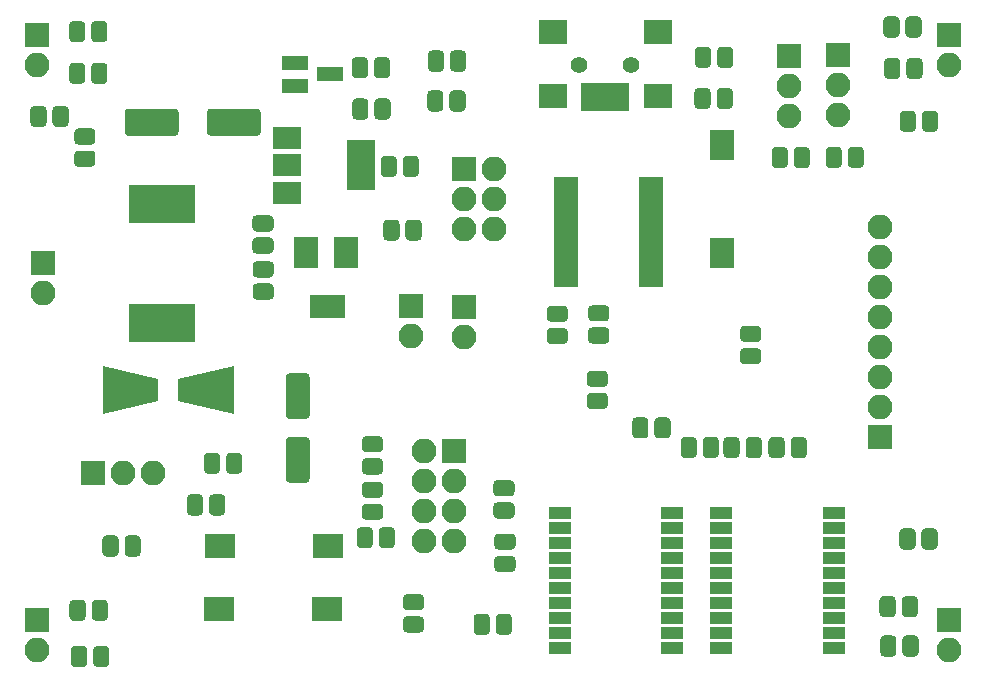
<source format=gbr>
G04 #@! TF.GenerationSoftware,KiCad,Pcbnew,(5.1.6)-1*
G04 #@! TF.CreationDate,2020-10-15T22:30:15-04:00*
G04 #@! TF.ProjectId,electronique_drone,656c6563-7472-46f6-9e69-7175655f6472,3*
G04 #@! TF.SameCoordinates,Original*
G04 #@! TF.FileFunction,Soldermask,Top*
G04 #@! TF.FilePolarity,Negative*
%FSLAX46Y46*%
G04 Gerber Fmt 4.6, Leading zero omitted, Abs format (unit mm)*
G04 Created by KiCad (PCBNEW (5.1.6)-1) date 2020-10-15 22:30:15*
%MOMM*%
%LPD*%
G01*
G04 APERTURE LIST*
%ADD10R,2.100000X2.100000*%
%ADD11O,2.100000X2.100000*%
%ADD12C,0.100000*%
%ADD13R,0.900000X2.400000*%
%ADD14R,2.400000X2.100000*%
%ADD15C,1.400000*%
%ADD16R,5.700000X3.200000*%
%ADD17R,1.009600X0.704800*%
%ADD18R,1.390600X1.390600*%
%ADD19R,1.162000X0.704800*%
%ADD20R,2.000000X2.580000*%
%ADD21R,2.580000X2.000000*%
%ADD22R,2.000000X0.700000*%
%ADD23R,2.400000X4.200000*%
%ADD24R,2.400000X1.900000*%
%ADD25R,2.300000X1.200000*%
%ADD26R,2.150000X0.850000*%
%ADD27R,1.900000X1.000000*%
G04 APERTURE END LIST*
D10*
X66875660Y-86992460D03*
D11*
X66875660Y-89532460D03*
G36*
G01*
X73769780Y-75929769D02*
X73769780Y-74235031D01*
G75*
G02*
X74072411Y-73932400I302631J0D01*
G01*
X78017149Y-73932400D01*
G75*
G02*
X78319780Y-74235031I0J-302631D01*
G01*
X78319780Y-75929769D01*
G75*
G02*
X78017149Y-76232400I-302631J0D01*
G01*
X74072411Y-76232400D01*
G75*
G02*
X73769780Y-75929769I0J302631D01*
G01*
G37*
G36*
G01*
X80719780Y-75929769D02*
X80719780Y-74235031D01*
G75*
G02*
X81022411Y-73932400I302631J0D01*
G01*
X84967149Y-73932400D01*
G75*
G02*
X85269780Y-74235031I0J-302631D01*
G01*
X85269780Y-75929769D01*
G75*
G02*
X84967149Y-76232400I-302631J0D01*
G01*
X81022411Y-76232400D01*
G75*
G02*
X80719780Y-75929769I0J302631D01*
G01*
G37*
G36*
G01*
X84940150Y-86853360D02*
X86052650Y-86853360D01*
G75*
G02*
X86396400Y-87197110I0J-343750D01*
G01*
X86396400Y-87884610D01*
G75*
G02*
X86052650Y-88228360I-343750J0D01*
G01*
X84940150Y-88228360D01*
G75*
G02*
X84596400Y-87884610I0J343750D01*
G01*
X84596400Y-87197110D01*
G75*
G02*
X84940150Y-86853360I343750J0D01*
G01*
G37*
G36*
G01*
X84940150Y-88728360D02*
X86052650Y-88728360D01*
G75*
G02*
X86396400Y-89072110I0J-343750D01*
G01*
X86396400Y-89759610D01*
G75*
G02*
X86052650Y-90103360I-343750J0D01*
G01*
X84940150Y-90103360D01*
G75*
G02*
X84596400Y-89759610I0J343750D01*
G01*
X84596400Y-89072110D01*
G75*
G02*
X84940150Y-88728360I343750J0D01*
G01*
G37*
G36*
G01*
X84912210Y-84834540D02*
X86024710Y-84834540D01*
G75*
G02*
X86368460Y-85178290I0J-343750D01*
G01*
X86368460Y-85865790D01*
G75*
G02*
X86024710Y-86209540I-343750J0D01*
G01*
X84912210Y-86209540D01*
G75*
G02*
X84568460Y-85865790I0J343750D01*
G01*
X84568460Y-85178290D01*
G75*
G02*
X84912210Y-84834540I343750J0D01*
G01*
G37*
G36*
G01*
X84912210Y-82959540D02*
X86024710Y-82959540D01*
G75*
G02*
X86368460Y-83303290I0J-343750D01*
G01*
X86368460Y-83990790D01*
G75*
G02*
X86024710Y-84334540I-343750J0D01*
G01*
X84912210Y-84334540D01*
G75*
G02*
X84568460Y-83990790I0J343750D01*
G01*
X84568460Y-83303290D01*
G75*
G02*
X84912210Y-82959540I343750J0D01*
G01*
G37*
G36*
G01*
X87727360Y-96315000D02*
X89102360Y-96315000D01*
G75*
G02*
X89414860Y-96627500I0J-312500D01*
G01*
X89414860Y-99902500D01*
G75*
G02*
X89102360Y-100215000I-312500J0D01*
G01*
X87727360Y-100215000D01*
G75*
G02*
X87414860Y-99902500I0J312500D01*
G01*
X87414860Y-96627500D01*
G75*
G02*
X87727360Y-96315000I312500J0D01*
G01*
G37*
G36*
G01*
X87727360Y-101715000D02*
X89102360Y-101715000D01*
G75*
G02*
X89414860Y-102027500I0J-312500D01*
G01*
X89414860Y-105302500D01*
G75*
G02*
X89102360Y-105615000I-312500J0D01*
G01*
X87727360Y-105615000D01*
G75*
G02*
X87414860Y-105302500I0J312500D01*
G01*
X87414860Y-102027500D01*
G75*
G02*
X87727360Y-101715000I312500J0D01*
G01*
G37*
G36*
G01*
X80467560Y-104510830D02*
X80467560Y-103398330D01*
G75*
G02*
X80811310Y-103054580I343750J0D01*
G01*
X81498810Y-103054580D01*
G75*
G02*
X81842560Y-103398330I0J-343750D01*
G01*
X81842560Y-104510830D01*
G75*
G02*
X81498810Y-104854580I-343750J0D01*
G01*
X80811310Y-104854580D01*
G75*
G02*
X80467560Y-104510830I0J343750D01*
G01*
G37*
G36*
G01*
X82342560Y-104510830D02*
X82342560Y-103398330D01*
G75*
G02*
X82686310Y-103054580I343750J0D01*
G01*
X83373810Y-103054580D01*
G75*
G02*
X83717560Y-103398330I0J-343750D01*
G01*
X83717560Y-104510830D01*
G75*
G02*
X83373810Y-104854580I-343750J0D01*
G01*
X82686310Y-104854580D01*
G75*
G02*
X82342560Y-104510830I0J343750D01*
G01*
G37*
G36*
G01*
X93022780Y-74521050D02*
X93022780Y-73408550D01*
G75*
G02*
X93366530Y-73064800I343750J0D01*
G01*
X94054030Y-73064800D01*
G75*
G02*
X94397780Y-73408550I0J-343750D01*
G01*
X94397780Y-74521050D01*
G75*
G02*
X94054030Y-74864800I-343750J0D01*
G01*
X93366530Y-74864800D01*
G75*
G02*
X93022780Y-74521050I0J343750D01*
G01*
G37*
G36*
G01*
X94897780Y-74521050D02*
X94897780Y-73408550D01*
G75*
G02*
X95241530Y-73064800I343750J0D01*
G01*
X95929030Y-73064800D01*
G75*
G02*
X96272780Y-73408550I0J-343750D01*
G01*
X96272780Y-74521050D01*
G75*
G02*
X95929030Y-74864800I-343750J0D01*
G01*
X95241530Y-74864800D01*
G75*
G02*
X94897780Y-74521050I0J343750D01*
G01*
G37*
G36*
G01*
X109829610Y-92487320D02*
X110942110Y-92487320D01*
G75*
G02*
X111285860Y-92831070I0J-343750D01*
G01*
X111285860Y-93518570D01*
G75*
G02*
X110942110Y-93862320I-343750J0D01*
G01*
X109829610Y-93862320D01*
G75*
G02*
X109485860Y-93518570I0J343750D01*
G01*
X109485860Y-92831070D01*
G75*
G02*
X109829610Y-92487320I343750J0D01*
G01*
G37*
G36*
G01*
X109829610Y-90612320D02*
X110942110Y-90612320D01*
G75*
G02*
X111285860Y-90956070I0J-343750D01*
G01*
X111285860Y-91643570D01*
G75*
G02*
X110942110Y-91987320I-343750J0D01*
G01*
X109829610Y-91987320D01*
G75*
G02*
X109485860Y-91643570I0J343750D01*
G01*
X109485860Y-90956070D01*
G75*
G02*
X109829610Y-90612320I343750J0D01*
G01*
G37*
G36*
G01*
X127309870Y-93694440D02*
X126197370Y-93694440D01*
G75*
G02*
X125853620Y-93350690I0J343750D01*
G01*
X125853620Y-92663190D01*
G75*
G02*
X126197370Y-92319440I343750J0D01*
G01*
X127309870Y-92319440D01*
G75*
G02*
X127653620Y-92663190I0J-343750D01*
G01*
X127653620Y-93350690D01*
G75*
G02*
X127309870Y-93694440I-343750J0D01*
G01*
G37*
G36*
G01*
X127309870Y-95569440D02*
X126197370Y-95569440D01*
G75*
G02*
X125853620Y-95225690I0J343750D01*
G01*
X125853620Y-94538190D01*
G75*
G02*
X126197370Y-94194440I343750J0D01*
G01*
X127309870Y-94194440D01*
G75*
G02*
X127653620Y-94538190I0J-343750D01*
G01*
X127653620Y-95225690D01*
G75*
G02*
X127309870Y-95569440I-343750J0D01*
G01*
G37*
G36*
G01*
X114338090Y-99361660D02*
X113225590Y-99361660D01*
G75*
G02*
X112881840Y-99017910I0J343750D01*
G01*
X112881840Y-98330410D01*
G75*
G02*
X113225590Y-97986660I343750J0D01*
G01*
X114338090Y-97986660D01*
G75*
G02*
X114681840Y-98330410I0J-343750D01*
G01*
X114681840Y-99017910D01*
G75*
G02*
X114338090Y-99361660I-343750J0D01*
G01*
G37*
G36*
G01*
X114338090Y-97486660D02*
X113225590Y-97486660D01*
G75*
G02*
X112881840Y-97142910I0J343750D01*
G01*
X112881840Y-96455410D01*
G75*
G02*
X113225590Y-96111660I343750J0D01*
G01*
X114338090Y-96111660D01*
G75*
G02*
X114681840Y-96455410I0J-343750D01*
G01*
X114681840Y-97142910D01*
G75*
G02*
X114338090Y-97486660I-343750J0D01*
G01*
G37*
G36*
G01*
X114454930Y-93824460D02*
X113342430Y-93824460D01*
G75*
G02*
X112998680Y-93480710I0J343750D01*
G01*
X112998680Y-92793210D01*
G75*
G02*
X113342430Y-92449460I343750J0D01*
G01*
X114454930Y-92449460D01*
G75*
G02*
X114798680Y-92793210I0J-343750D01*
G01*
X114798680Y-93480710D01*
G75*
G02*
X114454930Y-93824460I-343750J0D01*
G01*
G37*
G36*
G01*
X114454930Y-91949460D02*
X113342430Y-91949460D01*
G75*
G02*
X112998680Y-91605710I0J343750D01*
G01*
X112998680Y-90918210D01*
G75*
G02*
X113342430Y-90574460I343750J0D01*
G01*
X114454930Y-90574460D01*
G75*
G02*
X114798680Y-90918210I0J-343750D01*
G01*
X114798680Y-91605710D01*
G75*
G02*
X114454930Y-91949460I-343750J0D01*
G01*
G37*
G36*
G01*
X98770430Y-116411960D02*
X97657930Y-116411960D01*
G75*
G02*
X97314180Y-116068210I0J343750D01*
G01*
X97314180Y-115380710D01*
G75*
G02*
X97657930Y-115036960I343750J0D01*
G01*
X98770430Y-115036960D01*
G75*
G02*
X99114180Y-115380710I0J-343750D01*
G01*
X99114180Y-116068210D01*
G75*
G02*
X98770430Y-116411960I-343750J0D01*
G01*
G37*
G36*
G01*
X98770430Y-118286960D02*
X97657930Y-118286960D01*
G75*
G02*
X97314180Y-117943210I0J343750D01*
G01*
X97314180Y-117255710D01*
G75*
G02*
X97657930Y-116911960I343750J0D01*
G01*
X98770430Y-116911960D01*
G75*
G02*
X99114180Y-117255710I0J-343750D01*
G01*
X99114180Y-117943210D01*
G75*
G02*
X98770430Y-118286960I-343750J0D01*
G01*
G37*
G36*
G01*
X105174620Y-118148090D02*
X105174620Y-117035590D01*
G75*
G02*
X105518370Y-116691840I343750J0D01*
G01*
X106205870Y-116691840D01*
G75*
G02*
X106549620Y-117035590I0J-343750D01*
G01*
X106549620Y-118148090D01*
G75*
G02*
X106205870Y-118491840I-343750J0D01*
G01*
X105518370Y-118491840D01*
G75*
G02*
X105174620Y-118148090I0J343750D01*
G01*
G37*
G36*
G01*
X103299620Y-118148090D02*
X103299620Y-117035590D01*
G75*
G02*
X103643370Y-116691840I343750J0D01*
G01*
X104330870Y-116691840D01*
G75*
G02*
X104674620Y-117035590I0J-343750D01*
G01*
X104674620Y-118148090D01*
G75*
G02*
X104330870Y-118491840I-343750J0D01*
G01*
X103643370Y-118491840D01*
G75*
G02*
X103299620Y-118148090I0J343750D01*
G01*
G37*
D12*
G36*
X82994600Y-95702591D02*
G01*
X82994600Y-99806289D01*
X78294600Y-98713265D01*
X78294600Y-96795615D01*
X82994600Y-95702591D01*
G37*
G36*
X71894600Y-99806289D02*
G01*
X71894600Y-95702591D01*
X76594600Y-96795615D01*
X76594600Y-98713265D01*
X71894600Y-99806289D01*
G37*
G36*
G01*
X99380400Y-73827630D02*
X99380400Y-72715130D01*
G75*
G02*
X99724150Y-72371380I343750J0D01*
G01*
X100411650Y-72371380D01*
G75*
G02*
X100755400Y-72715130I0J-343750D01*
G01*
X100755400Y-73827630D01*
G75*
G02*
X100411650Y-74171380I-343750J0D01*
G01*
X99724150Y-74171380D01*
G75*
G02*
X99380400Y-73827630I0J343750D01*
G01*
G37*
G36*
G01*
X101255400Y-73827630D02*
X101255400Y-72715130D01*
G75*
G02*
X101599150Y-72371380I343750J0D01*
G01*
X102286650Y-72371380D01*
G75*
G02*
X102630400Y-72715130I0J-343750D01*
G01*
X102630400Y-73827630D01*
G75*
G02*
X102286650Y-74171380I-343750J0D01*
G01*
X101599150Y-74171380D01*
G75*
G02*
X101255400Y-73827630I0J343750D01*
G01*
G37*
G36*
G01*
X100806200Y-69344550D02*
X100806200Y-70457050D01*
G75*
G02*
X100462450Y-70800800I-343750J0D01*
G01*
X99774950Y-70800800D01*
G75*
G02*
X99431200Y-70457050I0J343750D01*
G01*
X99431200Y-69344550D01*
G75*
G02*
X99774950Y-69000800I343750J0D01*
G01*
X100462450Y-69000800D01*
G75*
G02*
X100806200Y-69344550I0J-343750D01*
G01*
G37*
G36*
G01*
X102681200Y-69344550D02*
X102681200Y-70457050D01*
G75*
G02*
X102337450Y-70800800I-343750J0D01*
G01*
X101649950Y-70800800D01*
G75*
G02*
X101306200Y-70457050I0J343750D01*
G01*
X101306200Y-69344550D01*
G75*
G02*
X101649950Y-69000800I343750J0D01*
G01*
X102337450Y-69000800D01*
G75*
G02*
X102681200Y-69344550I0J-343750D01*
G01*
G37*
G36*
G01*
X97534300Y-84775030D02*
X97534300Y-83662530D01*
G75*
G02*
X97878050Y-83318780I343750J0D01*
G01*
X98565550Y-83318780D01*
G75*
G02*
X98909300Y-83662530I0J-343750D01*
G01*
X98909300Y-84775030D01*
G75*
G02*
X98565550Y-85118780I-343750J0D01*
G01*
X97878050Y-85118780D01*
G75*
G02*
X97534300Y-84775030I0J343750D01*
G01*
G37*
G36*
G01*
X95659300Y-84775030D02*
X95659300Y-83662530D01*
G75*
G02*
X96003050Y-83318780I343750J0D01*
G01*
X96690550Y-83318780D01*
G75*
G02*
X97034300Y-83662530I0J-343750D01*
G01*
X97034300Y-84775030D01*
G75*
G02*
X96690550Y-85118780I-343750J0D01*
G01*
X96003050Y-85118780D01*
G75*
G02*
X95659300Y-84775030I0J343750D01*
G01*
G37*
G36*
G01*
X122039740Y-70147170D02*
X122039740Y-69034670D01*
G75*
G02*
X122383490Y-68690920I343750J0D01*
G01*
X123070990Y-68690920D01*
G75*
G02*
X123414740Y-69034670I0J-343750D01*
G01*
X123414740Y-70147170D01*
G75*
G02*
X123070990Y-70490920I-343750J0D01*
G01*
X122383490Y-70490920D01*
G75*
G02*
X122039740Y-70147170I0J343750D01*
G01*
G37*
G36*
G01*
X123914740Y-70147170D02*
X123914740Y-69034670D01*
G75*
G02*
X124258490Y-68690920I343750J0D01*
G01*
X124945990Y-68690920D01*
G75*
G02*
X125289740Y-69034670I0J-343750D01*
G01*
X125289740Y-70147170D01*
G75*
G02*
X124945990Y-70490920I-343750J0D01*
G01*
X124258490Y-70490920D01*
G75*
G02*
X123914740Y-70147170I0J343750D01*
G01*
G37*
G36*
G01*
X123871560Y-73624430D02*
X123871560Y-72511930D01*
G75*
G02*
X124215310Y-72168180I343750J0D01*
G01*
X124902810Y-72168180D01*
G75*
G02*
X125246560Y-72511930I0J-343750D01*
G01*
X125246560Y-73624430D01*
G75*
G02*
X124902810Y-73968180I-343750J0D01*
G01*
X124215310Y-73968180D01*
G75*
G02*
X123871560Y-73624430I0J343750D01*
G01*
G37*
G36*
G01*
X121996560Y-73624430D02*
X121996560Y-72511930D01*
G75*
G02*
X122340310Y-72168180I343750J0D01*
G01*
X123027810Y-72168180D01*
G75*
G02*
X123371560Y-72511930I0J-343750D01*
G01*
X123371560Y-73624430D01*
G75*
G02*
X123027810Y-73968180I-343750J0D01*
G01*
X122340310Y-73968180D01*
G75*
G02*
X121996560Y-73624430I0J343750D01*
G01*
G37*
G36*
G01*
X70930340Y-67965310D02*
X70930340Y-66852810D01*
G75*
G02*
X71274090Y-66509060I343750J0D01*
G01*
X71961590Y-66509060D01*
G75*
G02*
X72305340Y-66852810I0J-343750D01*
G01*
X72305340Y-67965310D01*
G75*
G02*
X71961590Y-68309060I-343750J0D01*
G01*
X71274090Y-68309060D01*
G75*
G02*
X70930340Y-67965310I0J343750D01*
G01*
G37*
G36*
G01*
X69055340Y-67965310D02*
X69055340Y-66852810D01*
G75*
G02*
X69399090Y-66509060I343750J0D01*
G01*
X70086590Y-66509060D01*
G75*
G02*
X70430340Y-66852810I0J-343750D01*
G01*
X70430340Y-67965310D01*
G75*
G02*
X70086590Y-68309060I-343750J0D01*
G01*
X69399090Y-68309060D01*
G75*
G02*
X69055340Y-67965310I0J343750D01*
G01*
G37*
G36*
G01*
X69055340Y-71495910D02*
X69055340Y-70383410D01*
G75*
G02*
X69399090Y-70039660I343750J0D01*
G01*
X70086590Y-70039660D01*
G75*
G02*
X70430340Y-70383410I0J-343750D01*
G01*
X70430340Y-71495910D01*
G75*
G02*
X70086590Y-71839660I-343750J0D01*
G01*
X69399090Y-71839660D01*
G75*
G02*
X69055340Y-71495910I0J343750D01*
G01*
G37*
G36*
G01*
X70930340Y-71495910D02*
X70930340Y-70383410D01*
G75*
G02*
X71274090Y-70039660I343750J0D01*
G01*
X71961590Y-70039660D01*
G75*
G02*
X72305340Y-70383410I0J-343750D01*
G01*
X72305340Y-71495910D01*
G75*
G02*
X71961590Y-71839660I-343750J0D01*
G01*
X71274090Y-71839660D01*
G75*
G02*
X70930340Y-71495910I0J343750D01*
G01*
G37*
G36*
G01*
X138072220Y-71086970D02*
X138072220Y-69974470D01*
G75*
G02*
X138415970Y-69630720I343750J0D01*
G01*
X139103470Y-69630720D01*
G75*
G02*
X139447220Y-69974470I0J-343750D01*
G01*
X139447220Y-71086970D01*
G75*
G02*
X139103470Y-71430720I-343750J0D01*
G01*
X138415970Y-71430720D01*
G75*
G02*
X138072220Y-71086970I0J343750D01*
G01*
G37*
G36*
G01*
X139947220Y-71086970D02*
X139947220Y-69974470D01*
G75*
G02*
X140290970Y-69630720I343750J0D01*
G01*
X140978470Y-69630720D01*
G75*
G02*
X141322220Y-69974470I0J-343750D01*
G01*
X141322220Y-71086970D01*
G75*
G02*
X140978470Y-71430720I-343750J0D01*
G01*
X140290970Y-71430720D01*
G75*
G02*
X139947220Y-71086970I0J343750D01*
G01*
G37*
G36*
G01*
X139868480Y-67574150D02*
X139868480Y-66461650D01*
G75*
G02*
X140212230Y-66117900I343750J0D01*
G01*
X140899730Y-66117900D01*
G75*
G02*
X141243480Y-66461650I0J-343750D01*
G01*
X141243480Y-67574150D01*
G75*
G02*
X140899730Y-67917900I-343750J0D01*
G01*
X140212230Y-67917900D01*
G75*
G02*
X139868480Y-67574150I0J343750D01*
G01*
G37*
G36*
G01*
X137993480Y-67574150D02*
X137993480Y-66461650D01*
G75*
G02*
X138337230Y-66117900I343750J0D01*
G01*
X139024730Y-66117900D01*
G75*
G02*
X139368480Y-66461650I0J-343750D01*
G01*
X139368480Y-67574150D01*
G75*
G02*
X139024730Y-67917900I-343750J0D01*
G01*
X138337230Y-67917900D01*
G75*
G02*
X137993480Y-67574150I0J343750D01*
G01*
G37*
G36*
G01*
X69207740Y-120868430D02*
X69207740Y-119755930D01*
G75*
G02*
X69551490Y-119412180I343750J0D01*
G01*
X70238990Y-119412180D01*
G75*
G02*
X70582740Y-119755930I0J-343750D01*
G01*
X70582740Y-120868430D01*
G75*
G02*
X70238990Y-121212180I-343750J0D01*
G01*
X69551490Y-121212180D01*
G75*
G02*
X69207740Y-120868430I0J343750D01*
G01*
G37*
G36*
G01*
X71082740Y-120868430D02*
X71082740Y-119755930D01*
G75*
G02*
X71426490Y-119412180I343750J0D01*
G01*
X72113990Y-119412180D01*
G75*
G02*
X72457740Y-119755930I0J-343750D01*
G01*
X72457740Y-120868430D01*
G75*
G02*
X72113990Y-121212180I-343750J0D01*
G01*
X71426490Y-121212180D01*
G75*
G02*
X71082740Y-120868430I0J343750D01*
G01*
G37*
G36*
G01*
X70963600Y-116959370D02*
X70963600Y-115846870D01*
G75*
G02*
X71307350Y-115503120I343750J0D01*
G01*
X71994850Y-115503120D01*
G75*
G02*
X72338600Y-115846870I0J-343750D01*
G01*
X72338600Y-116959370D01*
G75*
G02*
X71994850Y-117303120I-343750J0D01*
G01*
X71307350Y-117303120D01*
G75*
G02*
X70963600Y-116959370I0J343750D01*
G01*
G37*
G36*
G01*
X69088600Y-116959370D02*
X69088600Y-115846870D01*
G75*
G02*
X69432350Y-115503120I343750J0D01*
G01*
X70119850Y-115503120D01*
G75*
G02*
X70463600Y-115846870I0J-343750D01*
G01*
X70463600Y-116959370D01*
G75*
G02*
X70119850Y-117303120I-343750J0D01*
G01*
X69432350Y-117303120D01*
G75*
G02*
X69088600Y-116959370I0J343750D01*
G01*
G37*
G36*
G01*
X137731860Y-119989590D02*
X137731860Y-118877090D01*
G75*
G02*
X138075610Y-118533340I343750J0D01*
G01*
X138763110Y-118533340D01*
G75*
G02*
X139106860Y-118877090I0J-343750D01*
G01*
X139106860Y-119989590D01*
G75*
G02*
X138763110Y-120333340I-343750J0D01*
G01*
X138075610Y-120333340D01*
G75*
G02*
X137731860Y-119989590I0J343750D01*
G01*
G37*
G36*
G01*
X139606860Y-119989590D02*
X139606860Y-118877090D01*
G75*
G02*
X139950610Y-118533340I343750J0D01*
G01*
X140638110Y-118533340D01*
G75*
G02*
X140981860Y-118877090I0J-343750D01*
G01*
X140981860Y-119989590D01*
G75*
G02*
X140638110Y-120333340I-343750J0D01*
G01*
X139950610Y-120333340D01*
G75*
G02*
X139606860Y-119989590I0J343750D01*
G01*
G37*
G36*
G01*
X139543360Y-116649490D02*
X139543360Y-115536990D01*
G75*
G02*
X139887110Y-115193240I343750J0D01*
G01*
X140574610Y-115193240D01*
G75*
G02*
X140918360Y-115536990I0J-343750D01*
G01*
X140918360Y-116649490D01*
G75*
G02*
X140574610Y-116993240I-343750J0D01*
G01*
X139887110Y-116993240D01*
G75*
G02*
X139543360Y-116649490I0J343750D01*
G01*
G37*
G36*
G01*
X137668360Y-116649490D02*
X137668360Y-115536990D01*
G75*
G02*
X138012110Y-115193240I343750J0D01*
G01*
X138699610Y-115193240D01*
G75*
G02*
X139043360Y-115536990I0J-343750D01*
G01*
X139043360Y-116649490D01*
G75*
G02*
X138699610Y-116993240I-343750J0D01*
G01*
X138012110Y-116993240D01*
G75*
G02*
X137668360Y-116649490I0J343750D01*
G01*
G37*
G36*
G01*
X96648700Y-109697530D02*
X96648700Y-110810030D01*
G75*
G02*
X96304950Y-111153780I-343750J0D01*
G01*
X95617450Y-111153780D01*
G75*
G02*
X95273700Y-110810030I0J343750D01*
G01*
X95273700Y-109697530D01*
G75*
G02*
X95617450Y-109353780I343750J0D01*
G01*
X96304950Y-109353780D01*
G75*
G02*
X96648700Y-109697530I0J-343750D01*
G01*
G37*
G36*
G01*
X94773700Y-109697530D02*
X94773700Y-110810030D01*
G75*
G02*
X94429950Y-111153780I-343750J0D01*
G01*
X93742450Y-111153780D01*
G75*
G02*
X93398700Y-110810030I0J343750D01*
G01*
X93398700Y-109697530D01*
G75*
G02*
X93742450Y-109353780I343750J0D01*
G01*
X94429950Y-109353780D01*
G75*
G02*
X94773700Y-109697530I0J-343750D01*
G01*
G37*
D13*
X116042240Y-72969100D03*
X115242240Y-72969100D03*
X114442240Y-72969100D03*
X113642240Y-72969100D03*
X112842240Y-72969100D03*
D14*
X118892240Y-72869100D03*
X118892240Y-67419100D03*
X109992240Y-72869100D03*
X109992240Y-67419100D03*
D15*
X116642240Y-70269100D03*
X112242240Y-70269100D03*
D10*
X102481380Y-79049880D03*
D11*
X105021380Y-79049880D03*
X102481380Y-81589880D03*
X105021380Y-81589880D03*
X102481380Y-84129880D03*
X105021380Y-84129880D03*
D10*
X71074280Y-104782620D03*
D11*
X73614280Y-104782620D03*
X76154280Y-104782620D03*
D10*
X129989580Y-69435980D03*
D11*
X129989580Y-71975980D03*
X129989580Y-74515980D03*
X134167880Y-74503280D03*
X134167880Y-71963280D03*
D10*
X134167880Y-69423280D03*
D11*
X102494080Y-93258640D03*
D10*
X102494080Y-90718640D03*
X97988120Y-90655140D03*
D11*
X97988120Y-93195140D03*
D16*
X76949300Y-92111040D03*
X76949300Y-82011040D03*
D11*
X66354960Y-70203060D03*
D10*
X66354960Y-67663060D03*
X143583660Y-67663060D03*
D11*
X143583660Y-70203060D03*
X66354960Y-119753380D03*
D10*
X66354960Y-117213380D03*
X143583660Y-117213380D03*
D11*
X143583660Y-119753380D03*
D17*
X89921080Y-90045781D03*
X89921080Y-90695780D03*
X89921080Y-91345779D03*
X91927680Y-91345779D03*
X91927680Y-90695780D03*
X91927680Y-90045781D03*
D18*
X90924380Y-90390980D03*
D19*
X91025980Y-91356180D03*
G36*
G01*
X69829690Y-75603700D02*
X70942190Y-75603700D01*
G75*
G02*
X71285940Y-75947450I0J-343750D01*
G01*
X71285940Y-76634950D01*
G75*
G02*
X70942190Y-76978700I-343750J0D01*
G01*
X69829690Y-76978700D01*
G75*
G02*
X69485940Y-76634950I0J343750D01*
G01*
X69485940Y-75947450D01*
G75*
G02*
X69829690Y-75603700I343750J0D01*
G01*
G37*
G36*
G01*
X69829690Y-77478700D02*
X70942190Y-77478700D01*
G75*
G02*
X71285940Y-77822450I0J-343750D01*
G01*
X71285940Y-78509950D01*
G75*
G02*
X70942190Y-78853700I-343750J0D01*
G01*
X69829690Y-78853700D01*
G75*
G02*
X69485940Y-78509950I0J343750D01*
G01*
X69485940Y-77822450D01*
G75*
G02*
X69829690Y-77478700I343750J0D01*
G01*
G37*
G36*
G01*
X80904920Y-108033810D02*
X80904920Y-106921310D01*
G75*
G02*
X81248670Y-106577560I343750J0D01*
G01*
X81936170Y-106577560D01*
G75*
G02*
X82279920Y-106921310I0J-343750D01*
G01*
X82279920Y-108033810D01*
G75*
G02*
X81936170Y-108377560I-343750J0D01*
G01*
X81248670Y-108377560D01*
G75*
G02*
X80904920Y-108033810I0J343750D01*
G01*
G37*
G36*
G01*
X79029920Y-108033810D02*
X79029920Y-106921310D01*
G75*
G02*
X79373670Y-106577560I343750J0D01*
G01*
X80061170Y-106577560D01*
G75*
G02*
X80404920Y-106921310I0J-343750D01*
G01*
X80404920Y-108033810D01*
G75*
G02*
X80061170Y-108377560I-343750J0D01*
G01*
X79373670Y-108377560D01*
G75*
G02*
X79029920Y-108033810I0J343750D01*
G01*
G37*
G36*
G01*
X94867300Y-71020930D02*
X94867300Y-69908430D01*
G75*
G02*
X95211050Y-69564680I343750J0D01*
G01*
X95898550Y-69564680D01*
G75*
G02*
X96242300Y-69908430I0J-343750D01*
G01*
X96242300Y-71020930D01*
G75*
G02*
X95898550Y-71364680I-343750J0D01*
G01*
X95211050Y-71364680D01*
G75*
G02*
X94867300Y-71020930I0J343750D01*
G01*
G37*
G36*
G01*
X92992300Y-71020930D02*
X92992300Y-69908430D01*
G75*
G02*
X93336050Y-69564680I343750J0D01*
G01*
X94023550Y-69564680D01*
G75*
G02*
X94367300Y-69908430I0J-343750D01*
G01*
X94367300Y-71020930D01*
G75*
G02*
X94023550Y-71364680I-343750J0D01*
G01*
X93336050Y-71364680D01*
G75*
G02*
X92992300Y-71020930I0J343750D01*
G01*
G37*
G36*
G01*
X95435780Y-79382610D02*
X95435780Y-78270110D01*
G75*
G02*
X95779530Y-77926360I343750J0D01*
G01*
X96467030Y-77926360D01*
G75*
G02*
X96810780Y-78270110I0J-343750D01*
G01*
X96810780Y-79382610D01*
G75*
G02*
X96467030Y-79726360I-343750J0D01*
G01*
X95779530Y-79726360D01*
G75*
G02*
X95435780Y-79382610I0J343750D01*
G01*
G37*
G36*
G01*
X97310780Y-79382610D02*
X97310780Y-78270110D01*
G75*
G02*
X97654530Y-77926360I343750J0D01*
G01*
X98342030Y-77926360D01*
G75*
G02*
X98685780Y-78270110I0J-343750D01*
G01*
X98685780Y-79382610D01*
G75*
G02*
X98342030Y-79726360I-343750J0D01*
G01*
X97654530Y-79726360D01*
G75*
G02*
X97310780Y-79382610I0J343750D01*
G01*
G37*
G36*
G01*
X120825620Y-103169710D02*
X120825620Y-102057210D01*
G75*
G02*
X121169370Y-101713460I343750J0D01*
G01*
X121856870Y-101713460D01*
G75*
G02*
X122200620Y-102057210I0J-343750D01*
G01*
X122200620Y-103169710D01*
G75*
G02*
X121856870Y-103513460I-343750J0D01*
G01*
X121169370Y-103513460D01*
G75*
G02*
X120825620Y-103169710I0J343750D01*
G01*
G37*
G36*
G01*
X122700620Y-103169710D02*
X122700620Y-102057210D01*
G75*
G02*
X123044370Y-101713460I343750J0D01*
G01*
X123731870Y-101713460D01*
G75*
G02*
X124075620Y-102057210I0J-343750D01*
G01*
X124075620Y-103169710D01*
G75*
G02*
X123731870Y-103513460I-343750J0D01*
G01*
X123044370Y-103513460D01*
G75*
G02*
X122700620Y-103169710I0J343750D01*
G01*
G37*
G36*
G01*
X130409520Y-78628230D02*
X130409520Y-77515730D01*
G75*
G02*
X130753270Y-77171980I343750J0D01*
G01*
X131440770Y-77171980D01*
G75*
G02*
X131784520Y-77515730I0J-343750D01*
G01*
X131784520Y-78628230D01*
G75*
G02*
X131440770Y-78971980I-343750J0D01*
G01*
X130753270Y-78971980D01*
G75*
G02*
X130409520Y-78628230I0J343750D01*
G01*
G37*
G36*
G01*
X128534520Y-78628230D02*
X128534520Y-77515730D01*
G75*
G02*
X128878270Y-77171980I343750J0D01*
G01*
X129565770Y-77171980D01*
G75*
G02*
X129909520Y-77515730I0J-343750D01*
G01*
X129909520Y-78628230D01*
G75*
G02*
X129565770Y-78971980I-343750J0D01*
G01*
X128878270Y-78971980D01*
G75*
G02*
X128534520Y-78628230I0J343750D01*
G01*
G37*
G36*
G01*
X136356760Y-77497950D02*
X136356760Y-78610450D01*
G75*
G02*
X136013010Y-78954200I-343750J0D01*
G01*
X135325510Y-78954200D01*
G75*
G02*
X134981760Y-78610450I0J343750D01*
G01*
X134981760Y-77497950D01*
G75*
G02*
X135325510Y-77154200I343750J0D01*
G01*
X136013010Y-77154200D01*
G75*
G02*
X136356760Y-77497950I0J-343750D01*
G01*
G37*
G36*
G01*
X134481760Y-77497950D02*
X134481760Y-78610450D01*
G75*
G02*
X134138010Y-78954200I-343750J0D01*
G01*
X133450510Y-78954200D01*
G75*
G02*
X133106760Y-78610450I0J343750D01*
G01*
X133106760Y-77497950D01*
G75*
G02*
X133450510Y-77154200I343750J0D01*
G01*
X134138010Y-77154200D01*
G75*
G02*
X134481760Y-77497950I0J-343750D01*
G01*
G37*
G36*
G01*
X125827980Y-102072450D02*
X125827980Y-103184950D01*
G75*
G02*
X125484230Y-103528700I-343750J0D01*
G01*
X124796730Y-103528700D01*
G75*
G02*
X124452980Y-103184950I0J343750D01*
G01*
X124452980Y-102072450D01*
G75*
G02*
X124796730Y-101728700I343750J0D01*
G01*
X125484230Y-101728700D01*
G75*
G02*
X125827980Y-102072450I0J-343750D01*
G01*
G37*
G36*
G01*
X127702980Y-102072450D02*
X127702980Y-103184950D01*
G75*
G02*
X127359230Y-103528700I-343750J0D01*
G01*
X126671730Y-103528700D01*
G75*
G02*
X126327980Y-103184950I0J343750D01*
G01*
X126327980Y-102072450D01*
G75*
G02*
X126671730Y-101728700I343750J0D01*
G01*
X127359230Y-101728700D01*
G75*
G02*
X127702980Y-102072450I0J-343750D01*
G01*
G37*
G36*
G01*
X131520360Y-102072450D02*
X131520360Y-103184950D01*
G75*
G02*
X131176610Y-103528700I-343750J0D01*
G01*
X130489110Y-103528700D01*
G75*
G02*
X130145360Y-103184950I0J343750D01*
G01*
X130145360Y-102072450D01*
G75*
G02*
X130489110Y-101728700I343750J0D01*
G01*
X131176610Y-101728700D01*
G75*
G02*
X131520360Y-102072450I0J-343750D01*
G01*
G37*
G36*
G01*
X129645360Y-102072450D02*
X129645360Y-103184950D01*
G75*
G02*
X129301610Y-103528700I-343750J0D01*
G01*
X128614110Y-103528700D01*
G75*
G02*
X128270360Y-103184950I0J343750D01*
G01*
X128270360Y-102072450D01*
G75*
G02*
X128614110Y-101728700I343750J0D01*
G01*
X129301610Y-101728700D01*
G75*
G02*
X129645360Y-102072450I0J-343750D01*
G01*
G37*
G36*
G01*
X116736700Y-101508550D02*
X116736700Y-100396050D01*
G75*
G02*
X117080450Y-100052300I343750J0D01*
G01*
X117767950Y-100052300D01*
G75*
G02*
X118111700Y-100396050I0J-343750D01*
G01*
X118111700Y-101508550D01*
G75*
G02*
X117767950Y-101852300I-343750J0D01*
G01*
X117080450Y-101852300D01*
G75*
G02*
X116736700Y-101508550I0J343750D01*
G01*
G37*
G36*
G01*
X118611700Y-101508550D02*
X118611700Y-100396050D01*
G75*
G02*
X118955450Y-100052300I343750J0D01*
G01*
X119642950Y-100052300D01*
G75*
G02*
X119986700Y-100396050I0J-343750D01*
G01*
X119986700Y-101508550D01*
G75*
G02*
X119642950Y-101852300I-343750J0D01*
G01*
X118955450Y-101852300D01*
G75*
G02*
X118611700Y-101508550I0J343750D01*
G01*
G37*
G36*
G01*
X65773660Y-75140810D02*
X65773660Y-74028310D01*
G75*
G02*
X66117410Y-73684560I343750J0D01*
G01*
X66804910Y-73684560D01*
G75*
G02*
X67148660Y-74028310I0J-343750D01*
G01*
X67148660Y-75140810D01*
G75*
G02*
X66804910Y-75484560I-343750J0D01*
G01*
X66117410Y-75484560D01*
G75*
G02*
X65773660Y-75140810I0J343750D01*
G01*
G37*
G36*
G01*
X67648660Y-75140810D02*
X67648660Y-74028310D01*
G75*
G02*
X67992410Y-73684560I343750J0D01*
G01*
X68679910Y-73684560D01*
G75*
G02*
X69023660Y-74028310I0J-343750D01*
G01*
X69023660Y-75140810D01*
G75*
G02*
X68679910Y-75484560I-343750J0D01*
G01*
X67992410Y-75484560D01*
G75*
G02*
X67648660Y-75140810I0J343750D01*
G01*
G37*
G36*
G01*
X73755060Y-111518690D02*
X73755060Y-110406190D01*
G75*
G02*
X74098810Y-110062440I343750J0D01*
G01*
X74786310Y-110062440D01*
G75*
G02*
X75130060Y-110406190I0J-343750D01*
G01*
X75130060Y-111518690D01*
G75*
G02*
X74786310Y-111862440I-343750J0D01*
G01*
X74098810Y-111862440D01*
G75*
G02*
X73755060Y-111518690I0J343750D01*
G01*
G37*
G36*
G01*
X71880060Y-111518690D02*
X71880060Y-110406190D01*
G75*
G02*
X72223810Y-110062440I343750J0D01*
G01*
X72911310Y-110062440D01*
G75*
G02*
X73255060Y-110406190I0J-343750D01*
G01*
X73255060Y-111518690D01*
G75*
G02*
X72911310Y-111862440I-343750J0D01*
G01*
X72223810Y-111862440D01*
G75*
G02*
X71880060Y-111518690I0J343750D01*
G01*
G37*
G36*
G01*
X142600320Y-109811830D02*
X142600320Y-110924330D01*
G75*
G02*
X142256570Y-111268080I-343750J0D01*
G01*
X141569070Y-111268080D01*
G75*
G02*
X141225320Y-110924330I0J343750D01*
G01*
X141225320Y-109811830D01*
G75*
G02*
X141569070Y-109468080I343750J0D01*
G01*
X142256570Y-109468080D01*
G75*
G02*
X142600320Y-109811830I0J-343750D01*
G01*
G37*
G36*
G01*
X140725320Y-109811830D02*
X140725320Y-110924330D01*
G75*
G02*
X140381570Y-111268080I-343750J0D01*
G01*
X139694070Y-111268080D01*
G75*
G02*
X139350320Y-110924330I0J343750D01*
G01*
X139350320Y-109811830D01*
G75*
G02*
X139694070Y-109468080I343750J0D01*
G01*
X140381570Y-109468080D01*
G75*
G02*
X140725320Y-109811830I0J-343750D01*
G01*
G37*
G36*
G01*
X141258340Y-75562450D02*
X141258340Y-74449950D01*
G75*
G02*
X141602090Y-74106200I343750J0D01*
G01*
X142289590Y-74106200D01*
G75*
G02*
X142633340Y-74449950I0J-343750D01*
G01*
X142633340Y-75562450D01*
G75*
G02*
X142289590Y-75906200I-343750J0D01*
G01*
X141602090Y-75906200D01*
G75*
G02*
X141258340Y-75562450I0J343750D01*
G01*
G37*
G36*
G01*
X139383340Y-75562450D02*
X139383340Y-74449950D01*
G75*
G02*
X139727090Y-74106200I343750J0D01*
G01*
X140414590Y-74106200D01*
G75*
G02*
X140758340Y-74449950I0J-343750D01*
G01*
X140758340Y-75562450D01*
G75*
G02*
X140414590Y-75906200I-343750J0D01*
G01*
X139727090Y-75906200D01*
G75*
G02*
X139383340Y-75562450I0J343750D01*
G01*
G37*
G36*
G01*
X106428530Y-108632660D02*
X105316030Y-108632660D01*
G75*
G02*
X104972280Y-108288910I0J343750D01*
G01*
X104972280Y-107601410D01*
G75*
G02*
X105316030Y-107257660I343750J0D01*
G01*
X106428530Y-107257660D01*
G75*
G02*
X106772280Y-107601410I0J-343750D01*
G01*
X106772280Y-108288910D01*
G75*
G02*
X106428530Y-108632660I-343750J0D01*
G01*
G37*
G36*
G01*
X106428530Y-106757660D02*
X105316030Y-106757660D01*
G75*
G02*
X104972280Y-106413910I0J343750D01*
G01*
X104972280Y-105726410D01*
G75*
G02*
X105316030Y-105382660I343750J0D01*
G01*
X106428530Y-105382660D01*
G75*
G02*
X106772280Y-105726410I0J-343750D01*
G01*
X106772280Y-106413910D01*
G75*
G02*
X106428530Y-106757660I-343750J0D01*
G01*
G37*
G36*
G01*
X94188290Y-101659260D02*
X95300790Y-101659260D01*
G75*
G02*
X95644540Y-102003010I0J-343750D01*
G01*
X95644540Y-102690510D01*
G75*
G02*
X95300790Y-103034260I-343750J0D01*
G01*
X94188290Y-103034260D01*
G75*
G02*
X93844540Y-102690510I0J343750D01*
G01*
X93844540Y-102003010D01*
G75*
G02*
X94188290Y-101659260I343750J0D01*
G01*
G37*
G36*
G01*
X94188290Y-103534260D02*
X95300790Y-103534260D01*
G75*
G02*
X95644540Y-103878010I0J-343750D01*
G01*
X95644540Y-104565510D01*
G75*
G02*
X95300790Y-104909260I-343750J0D01*
G01*
X94188290Y-104909260D01*
G75*
G02*
X93844540Y-104565510I0J343750D01*
G01*
X93844540Y-103878010D01*
G75*
G02*
X94188290Y-103534260I343750J0D01*
G01*
G37*
G36*
G01*
X106517430Y-111281400D02*
X105404930Y-111281400D01*
G75*
G02*
X105061180Y-110937650I0J343750D01*
G01*
X105061180Y-110250150D01*
G75*
G02*
X105404930Y-109906400I343750J0D01*
G01*
X106517430Y-109906400D01*
G75*
G02*
X106861180Y-110250150I0J-343750D01*
G01*
X106861180Y-110937650D01*
G75*
G02*
X106517430Y-111281400I-343750J0D01*
G01*
G37*
G36*
G01*
X106517430Y-113156400D02*
X105404930Y-113156400D01*
G75*
G02*
X105061180Y-112812650I0J343750D01*
G01*
X105061180Y-112125150D01*
G75*
G02*
X105404930Y-111781400I343750J0D01*
G01*
X106517430Y-111781400D01*
G75*
G02*
X106861180Y-112125150I0J-343750D01*
G01*
X106861180Y-112812650D01*
G75*
G02*
X106517430Y-113156400I-343750J0D01*
G01*
G37*
G36*
G01*
X95300790Y-106889500D02*
X94188290Y-106889500D01*
G75*
G02*
X93844540Y-106545750I0J343750D01*
G01*
X93844540Y-105858250D01*
G75*
G02*
X94188290Y-105514500I343750J0D01*
G01*
X95300790Y-105514500D01*
G75*
G02*
X95644540Y-105858250I0J-343750D01*
G01*
X95644540Y-106545750D01*
G75*
G02*
X95300790Y-106889500I-343750J0D01*
G01*
G37*
G36*
G01*
X95300790Y-108764500D02*
X94188290Y-108764500D01*
G75*
G02*
X93844540Y-108420750I0J343750D01*
G01*
X93844540Y-107733250D01*
G75*
G02*
X94188290Y-107389500I343750J0D01*
G01*
X95300790Y-107389500D01*
G75*
G02*
X95644540Y-107733250I0J-343750D01*
G01*
X95644540Y-108420750D01*
G75*
G02*
X95300790Y-108764500I-343750J0D01*
G01*
G37*
D20*
X124294900Y-86157020D03*
X124294900Y-76977020D03*
D21*
X91000800Y-110924340D03*
X81820800Y-110924340D03*
X81724280Y-116334540D03*
X90904280Y-116334540D03*
D22*
X89087220Y-85136080D03*
X89087220Y-85786080D03*
X89087220Y-86436080D03*
X89087220Y-87086080D03*
X92487220Y-87086080D03*
X92487220Y-86436080D03*
X92487220Y-85786080D03*
X92487220Y-85136080D03*
D23*
X93792440Y-78732380D03*
D24*
X87492440Y-78732380D03*
X87492440Y-81032380D03*
X87492440Y-76432380D03*
D25*
X88149300Y-70076020D03*
X88149300Y-71976020D03*
X91149300Y-71026020D03*
D26*
X111119100Y-80118240D03*
X111119100Y-80768240D03*
X111119100Y-81418240D03*
X111119100Y-82068240D03*
X111119100Y-82718240D03*
X111119100Y-83368240D03*
X111119100Y-84018240D03*
X111119100Y-84668240D03*
X111119100Y-85318240D03*
X111119100Y-85968240D03*
X111119100Y-86618240D03*
X111119100Y-87268240D03*
X111119100Y-87918240D03*
X111119100Y-88568240D03*
X118319100Y-88568240D03*
X118319100Y-87918240D03*
X118319100Y-87268240D03*
X118319100Y-86618240D03*
X118319100Y-85968240D03*
X118319100Y-85318240D03*
X118319100Y-84668240D03*
X118319100Y-84018240D03*
X118319100Y-83368240D03*
X118319100Y-82718240D03*
X118319100Y-82068240D03*
X118319100Y-81418240D03*
X118319100Y-80768240D03*
X118319100Y-80118240D03*
D10*
X137731500Y-101742240D03*
D11*
X137731500Y-99202240D03*
X137731500Y-96662240D03*
X137731500Y-94122240D03*
X137731500Y-91582240D03*
X137731500Y-89042240D03*
X137731500Y-86502240D03*
X137731500Y-83962240D03*
D27*
X120137120Y-108170980D03*
X120137120Y-109440980D03*
X120137120Y-110710980D03*
X120137120Y-111980980D03*
X120137120Y-113250980D03*
X120137120Y-114520980D03*
X120137120Y-115790980D03*
X120137120Y-117060980D03*
X120137120Y-118330980D03*
X120137120Y-119600980D03*
X110637120Y-119600980D03*
X110637120Y-118330980D03*
X110637120Y-117060980D03*
X110637120Y-115790980D03*
X110637120Y-108170980D03*
X110637120Y-109440980D03*
X110637120Y-110710980D03*
X110637120Y-111980980D03*
X110637120Y-113250980D03*
X110637120Y-114520980D03*
X124292160Y-114505740D03*
X124292160Y-113235740D03*
X124292160Y-111965740D03*
X124292160Y-110695740D03*
X124292160Y-109425740D03*
X124292160Y-108155740D03*
X124292160Y-115775740D03*
X124292160Y-117045740D03*
X124292160Y-118315740D03*
X124292160Y-119585740D03*
X133792160Y-119585740D03*
X133792160Y-118315740D03*
X133792160Y-117045740D03*
X133792160Y-115775740D03*
X133792160Y-114505740D03*
X133792160Y-113235740D03*
X133792160Y-111965740D03*
X133792160Y-110695740D03*
X133792160Y-109425740D03*
X133792160Y-108155740D03*
D10*
X101610160Y-102875080D03*
D11*
X99070160Y-102875080D03*
X101610160Y-105415080D03*
X99070160Y-105415080D03*
X101610160Y-107955080D03*
X99070160Y-107955080D03*
X101610160Y-110495080D03*
X99070160Y-110495080D03*
M02*

</source>
